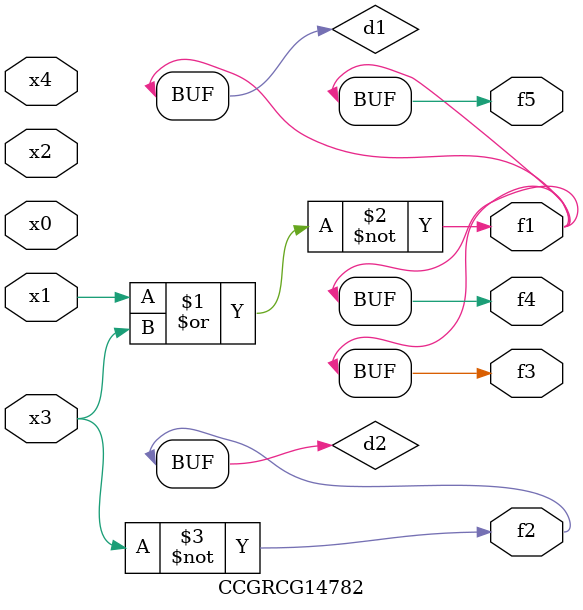
<source format=v>
module CCGRCG14782(
	input x0, x1, x2, x3, x4,
	output f1, f2, f3, f4, f5
);

	wire d1, d2;

	nor (d1, x1, x3);
	not (d2, x3);
	assign f1 = d1;
	assign f2 = d2;
	assign f3 = d1;
	assign f4 = d1;
	assign f5 = d1;
endmodule

</source>
